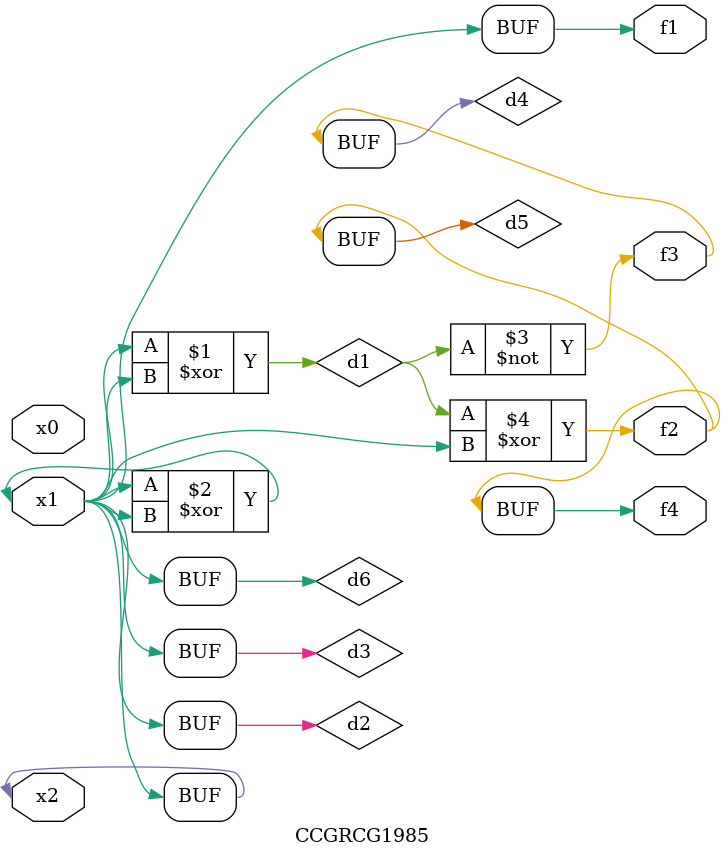
<source format=v>
module CCGRCG1985(
	input x0, x1, x2,
	output f1, f2, f3, f4
);

	wire d1, d2, d3, d4, d5, d6;

	xor (d1, x1, x2);
	buf (d2, x1, x2);
	xor (d3, x1, x2);
	nor (d4, d1);
	xor (d5, d1, d2);
	buf (d6, d2, d3);
	assign f1 = d6;
	assign f2 = d5;
	assign f3 = d4;
	assign f4 = d5;
endmodule

</source>
